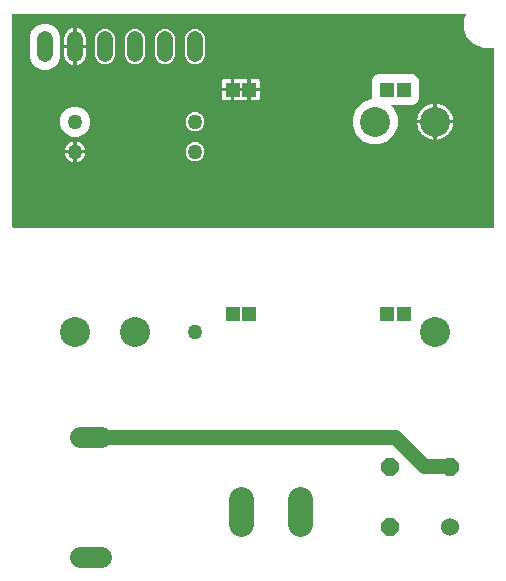
<source format=gbr>
G04 EAGLE Gerber RS-274X export*
G75*
%MOMM*%
%FSLAX34Y34*%
%LPD*%
%INBottom Copper*%
%IPPOS*%
%AMOC8*
5,1,8,0,0,1.08239X$1,22.5*%
G01*
%ADD10C,1.320800*%
%ADD11C,2.540000*%
%ADD12C,1.778000*%
%ADD13C,1.267000*%
%ADD14C,2.095500*%
%ADD15R,1.308000X1.308000*%
%ADD16C,1.524000*%
%ADD17P,1.649562X8X202.500000*%
%ADD18C,1.270000*%

G36*
X582698Y456442D02*
X582698Y456442D01*
X582717Y456440D01*
X582819Y456462D01*
X582921Y456479D01*
X582938Y456488D01*
X582958Y456492D01*
X583047Y456545D01*
X583138Y456594D01*
X583152Y456608D01*
X583169Y456618D01*
X583236Y456697D01*
X583308Y456772D01*
X583316Y456790D01*
X583329Y456805D01*
X583368Y456901D01*
X583411Y456995D01*
X583413Y457015D01*
X583421Y457033D01*
X583439Y457200D01*
X583439Y608004D01*
X583432Y608049D01*
X583434Y608095D01*
X583412Y608170D01*
X583400Y608247D01*
X583378Y608287D01*
X583365Y608332D01*
X583321Y608396D01*
X583284Y608464D01*
X583251Y608496D01*
X583225Y608534D01*
X583162Y608580D01*
X583106Y608634D01*
X583065Y608653D01*
X583028Y608680D01*
X582953Y608704D01*
X582883Y608737D01*
X582837Y608742D01*
X582794Y608756D01*
X582716Y608756D01*
X582639Y608764D01*
X582594Y608755D01*
X582548Y608754D01*
X582417Y608716D01*
X582398Y608712D01*
X582394Y608709D01*
X582387Y608707D01*
X581860Y608489D01*
X573840Y608489D01*
X566430Y611559D01*
X560759Y617230D01*
X557689Y624640D01*
X557689Y632660D01*
X559233Y636387D01*
X559243Y636431D01*
X559263Y636473D01*
X559271Y636550D01*
X559289Y636626D01*
X559285Y636672D01*
X559290Y636717D01*
X559273Y636794D01*
X559266Y636871D01*
X559247Y636913D01*
X559238Y636958D01*
X559198Y637025D01*
X559166Y637096D01*
X559135Y637130D01*
X559111Y637169D01*
X559052Y637220D01*
X559000Y637277D01*
X558959Y637299D01*
X558924Y637329D01*
X558852Y637358D01*
X558784Y637395D01*
X558739Y637404D01*
X558696Y637421D01*
X558560Y637436D01*
X558542Y637439D01*
X558537Y637438D01*
X558530Y637439D01*
X176022Y637439D01*
X176002Y637436D01*
X175983Y637438D01*
X175881Y637416D01*
X175779Y637400D01*
X175762Y637390D01*
X175742Y637386D01*
X175653Y637333D01*
X175562Y637284D01*
X175548Y637270D01*
X175531Y637260D01*
X175464Y637181D01*
X175392Y637106D01*
X175384Y637088D01*
X175371Y637073D01*
X175332Y636977D01*
X175289Y636883D01*
X175287Y636863D01*
X175279Y636845D01*
X175261Y636678D01*
X175261Y457200D01*
X175264Y457180D01*
X175262Y457161D01*
X175284Y457059D01*
X175300Y456957D01*
X175310Y456940D01*
X175314Y456920D01*
X175367Y456831D01*
X175416Y456740D01*
X175430Y456726D01*
X175440Y456709D01*
X175519Y456642D01*
X175594Y456571D01*
X175612Y456562D01*
X175627Y456549D01*
X175723Y456510D01*
X175817Y456467D01*
X175837Y456465D01*
X175855Y456457D01*
X176022Y456439D01*
X582678Y456439D01*
X582698Y456442D01*
G37*
%LPC*%
G36*
X478811Y527049D02*
X478811Y527049D01*
X471809Y529950D01*
X466450Y535309D01*
X463549Y542311D01*
X463549Y549889D01*
X466450Y556891D01*
X471809Y562250D01*
X478811Y565151D01*
X479048Y565151D01*
X479068Y565154D01*
X479087Y565152D01*
X479189Y565174D01*
X479291Y565190D01*
X479308Y565200D01*
X479328Y565204D01*
X479417Y565257D01*
X479508Y565306D01*
X479522Y565320D01*
X479539Y565330D01*
X479606Y565409D01*
X479678Y565484D01*
X479686Y565502D01*
X479699Y565517D01*
X479738Y565613D01*
X479781Y565707D01*
X479783Y565727D01*
X479791Y565745D01*
X479809Y565912D01*
X479809Y581103D01*
X480776Y583437D01*
X482563Y585224D01*
X484897Y586191D01*
X514503Y586191D01*
X516837Y585224D01*
X518624Y583437D01*
X519591Y581103D01*
X519591Y565497D01*
X518624Y563163D01*
X516837Y561376D01*
X514503Y560409D01*
X497070Y560409D01*
X497000Y560398D01*
X496928Y560396D01*
X496879Y560378D01*
X496828Y560370D01*
X496764Y560336D01*
X496697Y560311D01*
X496656Y560279D01*
X496610Y560254D01*
X496561Y560202D01*
X496505Y560158D01*
X496477Y560114D01*
X496441Y560076D01*
X496411Y560011D01*
X496372Y559951D01*
X496359Y559900D01*
X496337Y559853D01*
X496329Y559782D01*
X496312Y559712D01*
X496316Y559660D01*
X496310Y559609D01*
X496325Y559538D01*
X496331Y559467D01*
X496351Y559419D01*
X496362Y559368D01*
X496399Y559307D01*
X496427Y559241D01*
X496472Y559185D01*
X496489Y559157D01*
X496506Y559142D01*
X496532Y559110D01*
X498750Y556891D01*
X501651Y549889D01*
X501651Y542311D01*
X498750Y535309D01*
X493391Y529950D01*
X486389Y527049D01*
X478811Y527049D01*
G37*
%LPD*%
%LPC*%
G36*
X200623Y590041D02*
X200623Y590041D01*
X195862Y592014D01*
X192218Y595658D01*
X190245Y600419D01*
X190245Y618781D01*
X192218Y623542D01*
X195862Y627186D01*
X200623Y629159D01*
X205777Y629159D01*
X210538Y627186D01*
X214182Y623542D01*
X216155Y618781D01*
X216155Y600419D01*
X214182Y595658D01*
X210538Y592014D01*
X205777Y590041D01*
X200623Y590041D01*
G37*
%LPD*%
%LPC*%
G36*
X226077Y533414D02*
X226077Y533414D01*
X221414Y535346D01*
X217846Y538914D01*
X215914Y543577D01*
X215914Y548623D01*
X217846Y553286D01*
X221414Y556854D01*
X226077Y558786D01*
X231123Y558786D01*
X235786Y556854D01*
X239354Y553286D01*
X241286Y548623D01*
X241286Y543577D01*
X239354Y538914D01*
X235786Y535346D01*
X231123Y533414D01*
X226077Y533414D01*
G37*
%LPD*%
%LPC*%
G36*
X328583Y594867D02*
X328583Y594867D01*
X325595Y596105D01*
X323309Y598391D01*
X322071Y601379D01*
X322071Y617821D01*
X323309Y620809D01*
X325595Y623095D01*
X328583Y624333D01*
X331817Y624333D01*
X334805Y623095D01*
X337091Y620809D01*
X338329Y617821D01*
X338329Y601379D01*
X337091Y598391D01*
X334805Y596105D01*
X331817Y594867D01*
X328583Y594867D01*
G37*
%LPD*%
%LPC*%
G36*
X303183Y594867D02*
X303183Y594867D01*
X300195Y596105D01*
X297909Y598391D01*
X296671Y601379D01*
X296671Y617821D01*
X297909Y620809D01*
X300195Y623095D01*
X303183Y624333D01*
X306417Y624333D01*
X309405Y623095D01*
X311691Y620809D01*
X312929Y617821D01*
X312929Y601379D01*
X311691Y598391D01*
X309405Y596105D01*
X306417Y594867D01*
X303183Y594867D01*
G37*
%LPD*%
%LPC*%
G36*
X277783Y594867D02*
X277783Y594867D01*
X274795Y596105D01*
X272509Y598391D01*
X271271Y601379D01*
X271271Y617821D01*
X272509Y620809D01*
X274795Y623095D01*
X277783Y624333D01*
X281017Y624333D01*
X284005Y623095D01*
X286291Y620809D01*
X287529Y617821D01*
X287529Y601379D01*
X286291Y598391D01*
X284005Y596105D01*
X281017Y594867D01*
X277783Y594867D01*
G37*
%LPD*%
%LPC*%
G36*
X252383Y594867D02*
X252383Y594867D01*
X249395Y596105D01*
X247109Y598391D01*
X245871Y601379D01*
X245871Y617821D01*
X247109Y620809D01*
X249395Y623095D01*
X252383Y624333D01*
X255617Y624333D01*
X258605Y623095D01*
X260891Y620809D01*
X262129Y617821D01*
X262129Y601379D01*
X260891Y598391D01*
X258605Y596105D01*
X255617Y594867D01*
X252383Y594867D01*
G37*
%LPD*%
%LPC*%
G36*
X328637Y538240D02*
X328637Y538240D01*
X325748Y539437D01*
X323537Y541648D01*
X322340Y544537D01*
X322340Y547663D01*
X323537Y550552D01*
X325748Y552763D01*
X328637Y553960D01*
X331763Y553960D01*
X334652Y552763D01*
X336863Y550552D01*
X338060Y547663D01*
X338060Y544537D01*
X336863Y541648D01*
X334652Y539437D01*
X331763Y538240D01*
X328637Y538240D01*
G37*
%LPD*%
%LPC*%
G36*
X328637Y512840D02*
X328637Y512840D01*
X325748Y514037D01*
X323537Y516248D01*
X322340Y519137D01*
X322340Y522263D01*
X323537Y525152D01*
X325748Y527363D01*
X328637Y528560D01*
X331763Y528560D01*
X334652Y527363D01*
X336863Y525152D01*
X338060Y522263D01*
X338060Y519137D01*
X336863Y516248D01*
X334652Y514037D01*
X331763Y512840D01*
X328637Y512840D01*
G37*
%LPD*%
%LPC*%
G36*
X534923Y547623D02*
X534923Y547623D01*
X534923Y561289D01*
X536969Y560965D01*
X539250Y560224D01*
X541388Y559135D01*
X543329Y557725D01*
X545025Y556029D01*
X546435Y554088D01*
X547524Y551950D01*
X548265Y549669D01*
X548589Y547623D01*
X534923Y547623D01*
G37*
%LPD*%
%LPC*%
G36*
X518211Y547623D02*
X518211Y547623D01*
X518535Y549669D01*
X519276Y551950D01*
X520365Y554088D01*
X521775Y556029D01*
X523471Y557725D01*
X525412Y559135D01*
X527550Y560224D01*
X529831Y560965D01*
X531877Y561289D01*
X531877Y547623D01*
X518211Y547623D01*
G37*
%LPD*%
%LPC*%
G36*
X534923Y544577D02*
X534923Y544577D01*
X548589Y544577D01*
X548265Y542531D01*
X547524Y540250D01*
X546435Y538112D01*
X545025Y536171D01*
X543329Y534475D01*
X541388Y533065D01*
X539250Y531976D01*
X536969Y531235D01*
X534923Y530911D01*
X534923Y544577D01*
G37*
%LPD*%
%LPC*%
G36*
X529831Y531235D02*
X529831Y531235D01*
X527550Y531976D01*
X525412Y533065D01*
X523471Y534475D01*
X521775Y536171D01*
X520365Y538112D01*
X519276Y540250D01*
X518535Y542531D01*
X518211Y544577D01*
X531877Y544577D01*
X531877Y530911D01*
X529831Y531235D01*
G37*
%LPD*%
%LPC*%
G36*
X230123Y611123D02*
X230123Y611123D01*
X230123Y625225D01*
X231267Y624997D01*
X232932Y624308D01*
X234430Y623307D01*
X235703Y622034D01*
X236704Y620536D01*
X237393Y618871D01*
X237745Y617105D01*
X237745Y611123D01*
X230123Y611123D01*
G37*
%LPD*%
%LPC*%
G36*
X230123Y608077D02*
X230123Y608077D01*
X237745Y608077D01*
X237745Y602095D01*
X237393Y600329D01*
X236704Y598664D01*
X235703Y597166D01*
X234430Y595893D01*
X232932Y594892D01*
X231267Y594203D01*
X230123Y593975D01*
X230123Y608077D01*
G37*
%LPD*%
%LPC*%
G36*
X219455Y611123D02*
X219455Y611123D01*
X219455Y617105D01*
X219807Y618871D01*
X220496Y620536D01*
X221497Y622034D01*
X222770Y623307D01*
X224268Y624308D01*
X225933Y624997D01*
X227077Y625225D01*
X227077Y611123D01*
X219455Y611123D01*
G37*
%LPD*%
%LPC*%
G36*
X225933Y594203D02*
X225933Y594203D01*
X224268Y594892D01*
X222770Y595893D01*
X221497Y597166D01*
X220496Y598664D01*
X219807Y600329D01*
X219455Y602095D01*
X219455Y608077D01*
X227077Y608077D01*
X227077Y593975D01*
X225933Y594203D01*
G37*
%LPD*%
%LPC*%
G36*
X363523Y574823D02*
X363523Y574823D01*
X363523Y582381D01*
X368975Y582381D01*
X368977Y582381D01*
X369031Y582375D01*
X369041Y582376D01*
X369047Y582375D01*
X369069Y582380D01*
X369071Y582381D01*
X374477Y582381D01*
X374477Y574823D01*
X363523Y574823D01*
G37*
%LPD*%
%LPC*%
G36*
X368968Y564225D02*
X368968Y564225D01*
X368959Y564224D01*
X368952Y564225D01*
X368931Y564220D01*
X368928Y564219D01*
X363523Y564219D01*
X363523Y571777D01*
X374477Y571777D01*
X374477Y564219D01*
X369025Y564219D01*
X369023Y564219D01*
X368968Y564225D01*
G37*
%LPD*%
%LPC*%
G36*
X377523Y574823D02*
X377523Y574823D01*
X377523Y582381D01*
X382874Y582381D01*
X383521Y582208D01*
X384100Y581873D01*
X384573Y581400D01*
X384908Y580821D01*
X385081Y580174D01*
X385081Y574823D01*
X377523Y574823D01*
G37*
%LPD*%
%LPC*%
G36*
X352919Y574823D02*
X352919Y574823D01*
X352919Y580174D01*
X353092Y580821D01*
X353427Y581400D01*
X353900Y581873D01*
X354479Y582208D01*
X355126Y582381D01*
X360477Y582381D01*
X360477Y574823D01*
X352919Y574823D01*
G37*
%LPD*%
%LPC*%
G36*
X377523Y564219D02*
X377523Y564219D01*
X377523Y571777D01*
X385081Y571777D01*
X385081Y566426D01*
X384908Y565779D01*
X384573Y565200D01*
X384100Y564727D01*
X383521Y564392D01*
X382874Y564219D01*
X377523Y564219D01*
G37*
%LPD*%
%LPC*%
G36*
X355126Y564219D02*
X355126Y564219D01*
X354479Y564392D01*
X353900Y564727D01*
X353427Y565200D01*
X353092Y565779D01*
X352919Y566426D01*
X352919Y571777D01*
X360477Y571777D01*
X360477Y564219D01*
X355126Y564219D01*
G37*
%LPD*%
%LPC*%
G36*
X230123Y522223D02*
X230123Y522223D01*
X230123Y529447D01*
X231189Y529235D01*
X232804Y528566D01*
X234258Y527594D01*
X235494Y526358D01*
X236466Y524904D01*
X237135Y523289D01*
X237347Y522223D01*
X230123Y522223D01*
G37*
%LPD*%
%LPC*%
G36*
X219853Y522223D02*
X219853Y522223D01*
X220065Y523289D01*
X220734Y524904D01*
X221706Y526358D01*
X222942Y527594D01*
X224396Y528566D01*
X226011Y529235D01*
X227077Y529447D01*
X227077Y522223D01*
X219853Y522223D01*
G37*
%LPD*%
%LPC*%
G36*
X230123Y519177D02*
X230123Y519177D01*
X237347Y519177D01*
X237135Y518111D01*
X236466Y516496D01*
X235494Y515042D01*
X234258Y513806D01*
X232804Y512834D01*
X231189Y512165D01*
X230123Y511953D01*
X230123Y519177D01*
G37*
%LPD*%
%LPC*%
G36*
X226011Y512165D02*
X226011Y512165D01*
X224396Y512834D01*
X222942Y513806D01*
X221706Y515042D01*
X220734Y516496D01*
X220065Y518111D01*
X219853Y519177D01*
X227077Y519177D01*
X227077Y511953D01*
X226011Y512165D01*
G37*
%LPD*%
%LPC*%
G36*
X228599Y609599D02*
X228599Y609599D01*
X228599Y609601D01*
X228601Y609601D01*
X228601Y609599D01*
X228599Y609599D01*
G37*
%LPD*%
%LPC*%
G36*
X375999Y573299D02*
X375999Y573299D01*
X375999Y573301D01*
X376001Y573301D01*
X376001Y573299D01*
X375999Y573299D01*
G37*
%LPD*%
%LPC*%
G36*
X228599Y520699D02*
X228599Y520699D01*
X228599Y520701D01*
X228601Y520701D01*
X228601Y520699D01*
X228599Y520699D01*
G37*
%LPD*%
%LPC*%
G36*
X533399Y546099D02*
X533399Y546099D01*
X533399Y546101D01*
X533401Y546101D01*
X533401Y546099D01*
X533399Y546099D01*
G37*
%LPD*%
%LPC*%
G36*
X361999Y573299D02*
X361999Y573299D01*
X361999Y573301D01*
X362001Y573301D01*
X362001Y573299D01*
X361999Y573299D01*
G37*
%LPD*%
D10*
X203200Y602996D02*
X203200Y616204D01*
X228600Y616204D02*
X228600Y602996D01*
X254000Y602996D02*
X254000Y616204D01*
X279400Y616204D02*
X279400Y602996D01*
X304800Y602996D02*
X304800Y616204D01*
X330200Y616204D02*
X330200Y602996D01*
D11*
X228600Y368300D03*
X279400Y368300D03*
X533400Y368300D03*
X533400Y546100D03*
X482600Y546100D03*
D12*
X250190Y177800D02*
X232410Y177800D01*
X232410Y279400D02*
X250190Y279400D01*
D13*
X330200Y368300D03*
X330200Y520700D03*
X330200Y546100D03*
X228600Y546100D03*
X228600Y520700D03*
X228600Y368300D03*
D14*
X418700Y226378D02*
X418700Y205423D01*
X368700Y205423D02*
X368700Y226378D01*
D15*
X506700Y383300D03*
X492700Y383300D03*
X362000Y383300D03*
X376000Y383300D03*
X362000Y573300D03*
X376000Y573300D03*
X506700Y573300D03*
X492700Y573300D03*
D16*
X546100Y203200D03*
D17*
X495300Y203200D03*
X495300Y254000D03*
X546100Y254000D03*
D18*
X545592Y254508D02*
X524256Y254508D01*
X499872Y278892D01*
X241554Y278892D01*
X545592Y254508D02*
X546100Y254000D01*
X241554Y278892D02*
X241300Y279400D01*
M02*

</source>
